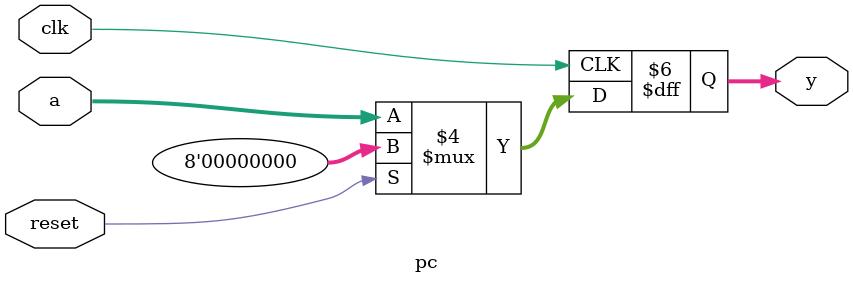
<source format=sv>
`timescale 1ns / 1ps
module pc
		
    (input logic [7:0] a,
	  input logic clk,reset,
     output logic [7:0] y);
	  always @(posedge clk) begin
			if (reset == 1 )begin 
				y <= 8'b00000000;
			 end else begin 
				y <= a;
			 end 
     end
	  
endmodule 
</source>
